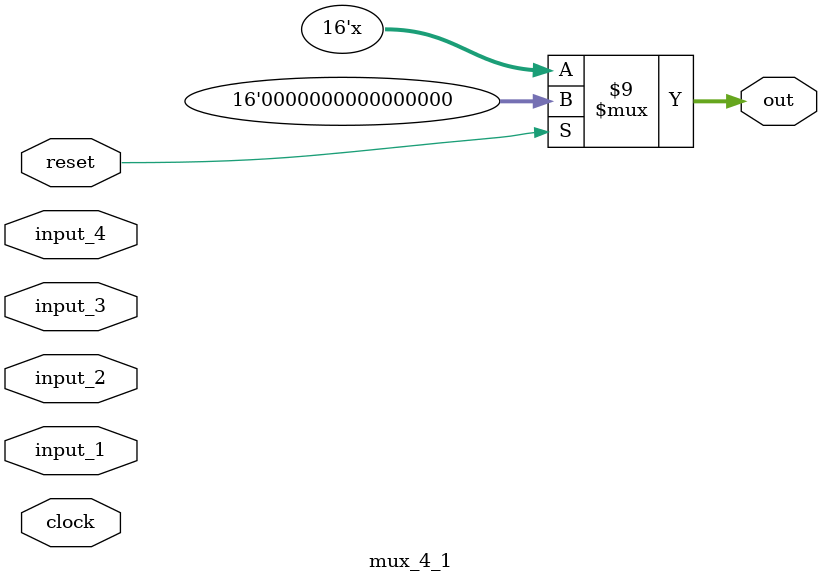
<source format=v>

module mux_4_1 (
    
   input [15:0] input_1, 
   input [15:0] input_2,
   input [15:0] input_3,
   input [15:0] input_4,
   input reset,
   input clock,
   output reg [15:0] out
);


reg [1:0] select;

always @(posedge clock) begin //automatic cycle select
    select <= select+1;
end

always @(*) begin

if (!reset) begin 
case (select)
    2'b00 : out <= input_1;
    2'b01 : out <= input_2;
    2'b10 : out <= input_3;
    2'b11 : out <= input_4;

endcase
end else begin
    out <= 16'd0;
    select <= 2'd0;
end

end


endmodule
</source>
